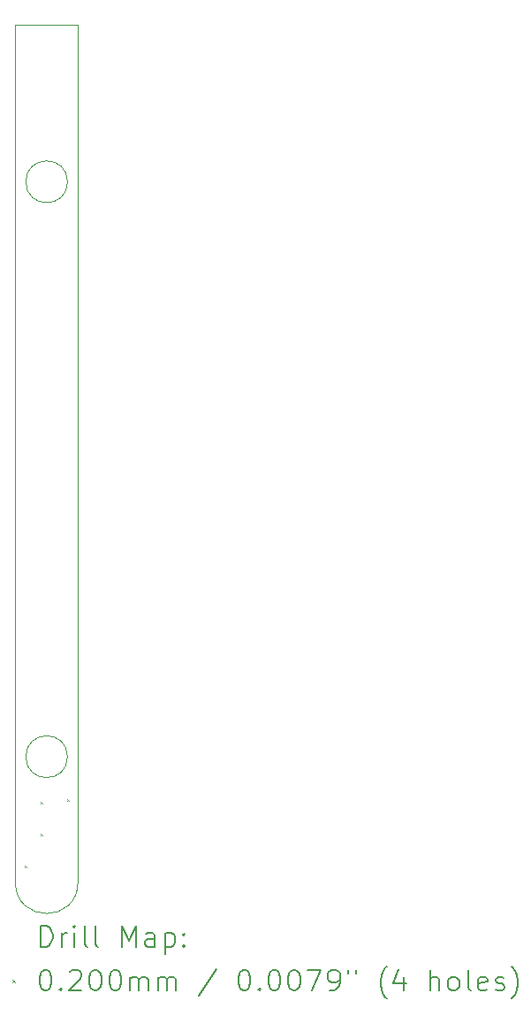
<source format=gbr>
%TF.GenerationSoftware,KiCad,Pcbnew,7.0.1-3b83917a11~172~ubuntu22.04.1*%
%TF.CreationDate,2023-04-18T09:55:43+02:00*%
%TF.ProjectId,part1,70617274-312e-46b6-9963-61645f706362,rev?*%
%TF.SameCoordinates,Original*%
%TF.FileFunction,Drillmap*%
%TF.FilePolarity,Positive*%
%FSLAX45Y45*%
G04 Gerber Fmt 4.5, Leading zero omitted, Abs format (unit mm)*
G04 Created by KiCad (PCBNEW 7.0.1-3b83917a11~172~ubuntu22.04.1) date 2023-04-18 09:55:43*
%MOMM*%
%LPD*%
G01*
G04 APERTURE LIST*
%ADD10C,0.100000*%
%ADD11C,0.200000*%
%ADD12C,0.020000*%
G04 APERTURE END LIST*
D10*
X12324600Y-13181800D02*
G75*
G03*
X12924600Y-13181800I300000J0D01*
G01*
X12324600Y-13181800D02*
X12324600Y-4981800D01*
X12824600Y-6481800D02*
G75*
G03*
X12824600Y-6481800I-200000J0D01*
G01*
X12824600Y-11981800D02*
G75*
G03*
X12824600Y-11981800I-200000J0D01*
G01*
X12924600Y-4981800D02*
X12924600Y-13181800D01*
X12324600Y-4981800D02*
X12924600Y-4981800D01*
D11*
D12*
X12410600Y-13020200D02*
X12430600Y-13040200D01*
X12430600Y-13020200D02*
X12410600Y-13040200D01*
X12563000Y-12410600D02*
X12583000Y-12430600D01*
X12583000Y-12410600D02*
X12563000Y-12430600D01*
X12563000Y-12715400D02*
X12583000Y-12735400D01*
X12583000Y-12715400D02*
X12563000Y-12735400D01*
X12817000Y-12385200D02*
X12837000Y-12405200D01*
X12837000Y-12385200D02*
X12817000Y-12405200D01*
D11*
X12567219Y-13799324D02*
X12567219Y-13599324D01*
X12567219Y-13599324D02*
X12614838Y-13599324D01*
X12614838Y-13599324D02*
X12643409Y-13608848D01*
X12643409Y-13608848D02*
X12662457Y-13627895D01*
X12662457Y-13627895D02*
X12671981Y-13646943D01*
X12671981Y-13646943D02*
X12681505Y-13685038D01*
X12681505Y-13685038D02*
X12681505Y-13713609D01*
X12681505Y-13713609D02*
X12671981Y-13751705D01*
X12671981Y-13751705D02*
X12662457Y-13770752D01*
X12662457Y-13770752D02*
X12643409Y-13789800D01*
X12643409Y-13789800D02*
X12614838Y-13799324D01*
X12614838Y-13799324D02*
X12567219Y-13799324D01*
X12767219Y-13799324D02*
X12767219Y-13665990D01*
X12767219Y-13704086D02*
X12776743Y-13685038D01*
X12776743Y-13685038D02*
X12786267Y-13675514D01*
X12786267Y-13675514D02*
X12805314Y-13665990D01*
X12805314Y-13665990D02*
X12824362Y-13665990D01*
X12891028Y-13799324D02*
X12891028Y-13665990D01*
X12891028Y-13599324D02*
X12881505Y-13608848D01*
X12881505Y-13608848D02*
X12891028Y-13618371D01*
X12891028Y-13618371D02*
X12900552Y-13608848D01*
X12900552Y-13608848D02*
X12891028Y-13599324D01*
X12891028Y-13599324D02*
X12891028Y-13618371D01*
X13014838Y-13799324D02*
X12995790Y-13789800D01*
X12995790Y-13789800D02*
X12986267Y-13770752D01*
X12986267Y-13770752D02*
X12986267Y-13599324D01*
X13119600Y-13799324D02*
X13100552Y-13789800D01*
X13100552Y-13789800D02*
X13091028Y-13770752D01*
X13091028Y-13770752D02*
X13091028Y-13599324D01*
X13348171Y-13799324D02*
X13348171Y-13599324D01*
X13348171Y-13599324D02*
X13414838Y-13742181D01*
X13414838Y-13742181D02*
X13481505Y-13599324D01*
X13481505Y-13599324D02*
X13481505Y-13799324D01*
X13662457Y-13799324D02*
X13662457Y-13694562D01*
X13662457Y-13694562D02*
X13652933Y-13675514D01*
X13652933Y-13675514D02*
X13633886Y-13665990D01*
X13633886Y-13665990D02*
X13595790Y-13665990D01*
X13595790Y-13665990D02*
X13576743Y-13675514D01*
X13662457Y-13789800D02*
X13643409Y-13799324D01*
X13643409Y-13799324D02*
X13595790Y-13799324D01*
X13595790Y-13799324D02*
X13576743Y-13789800D01*
X13576743Y-13789800D02*
X13567219Y-13770752D01*
X13567219Y-13770752D02*
X13567219Y-13751705D01*
X13567219Y-13751705D02*
X13576743Y-13732657D01*
X13576743Y-13732657D02*
X13595790Y-13723133D01*
X13595790Y-13723133D02*
X13643409Y-13723133D01*
X13643409Y-13723133D02*
X13662457Y-13713609D01*
X13757695Y-13665990D02*
X13757695Y-13865990D01*
X13757695Y-13675514D02*
X13776743Y-13665990D01*
X13776743Y-13665990D02*
X13814838Y-13665990D01*
X13814838Y-13665990D02*
X13833886Y-13675514D01*
X13833886Y-13675514D02*
X13843409Y-13685038D01*
X13843409Y-13685038D02*
X13852933Y-13704086D01*
X13852933Y-13704086D02*
X13852933Y-13761228D01*
X13852933Y-13761228D02*
X13843409Y-13780276D01*
X13843409Y-13780276D02*
X13833886Y-13789800D01*
X13833886Y-13789800D02*
X13814838Y-13799324D01*
X13814838Y-13799324D02*
X13776743Y-13799324D01*
X13776743Y-13799324D02*
X13757695Y-13789800D01*
X13938648Y-13780276D02*
X13948171Y-13789800D01*
X13948171Y-13789800D02*
X13938648Y-13799324D01*
X13938648Y-13799324D02*
X13929124Y-13789800D01*
X13929124Y-13789800D02*
X13938648Y-13780276D01*
X13938648Y-13780276D02*
X13938648Y-13799324D01*
X13938648Y-13675514D02*
X13948171Y-13685038D01*
X13948171Y-13685038D02*
X13938648Y-13694562D01*
X13938648Y-13694562D02*
X13929124Y-13685038D01*
X13929124Y-13685038D02*
X13938648Y-13675514D01*
X13938648Y-13675514D02*
X13938648Y-13694562D01*
D12*
X12299600Y-14116800D02*
X12319600Y-14136800D01*
X12319600Y-14116800D02*
X12299600Y-14136800D01*
D11*
X12605314Y-14019324D02*
X12624362Y-14019324D01*
X12624362Y-14019324D02*
X12643409Y-14028848D01*
X12643409Y-14028848D02*
X12652933Y-14038371D01*
X12652933Y-14038371D02*
X12662457Y-14057419D01*
X12662457Y-14057419D02*
X12671981Y-14095514D01*
X12671981Y-14095514D02*
X12671981Y-14143133D01*
X12671981Y-14143133D02*
X12662457Y-14181228D01*
X12662457Y-14181228D02*
X12652933Y-14200276D01*
X12652933Y-14200276D02*
X12643409Y-14209800D01*
X12643409Y-14209800D02*
X12624362Y-14219324D01*
X12624362Y-14219324D02*
X12605314Y-14219324D01*
X12605314Y-14219324D02*
X12586267Y-14209800D01*
X12586267Y-14209800D02*
X12576743Y-14200276D01*
X12576743Y-14200276D02*
X12567219Y-14181228D01*
X12567219Y-14181228D02*
X12557695Y-14143133D01*
X12557695Y-14143133D02*
X12557695Y-14095514D01*
X12557695Y-14095514D02*
X12567219Y-14057419D01*
X12567219Y-14057419D02*
X12576743Y-14038371D01*
X12576743Y-14038371D02*
X12586267Y-14028848D01*
X12586267Y-14028848D02*
X12605314Y-14019324D01*
X12757695Y-14200276D02*
X12767219Y-14209800D01*
X12767219Y-14209800D02*
X12757695Y-14219324D01*
X12757695Y-14219324D02*
X12748171Y-14209800D01*
X12748171Y-14209800D02*
X12757695Y-14200276D01*
X12757695Y-14200276D02*
X12757695Y-14219324D01*
X12843409Y-14038371D02*
X12852933Y-14028848D01*
X12852933Y-14028848D02*
X12871981Y-14019324D01*
X12871981Y-14019324D02*
X12919600Y-14019324D01*
X12919600Y-14019324D02*
X12938648Y-14028848D01*
X12938648Y-14028848D02*
X12948171Y-14038371D01*
X12948171Y-14038371D02*
X12957695Y-14057419D01*
X12957695Y-14057419D02*
X12957695Y-14076467D01*
X12957695Y-14076467D02*
X12948171Y-14105038D01*
X12948171Y-14105038D02*
X12833886Y-14219324D01*
X12833886Y-14219324D02*
X12957695Y-14219324D01*
X13081505Y-14019324D02*
X13100552Y-14019324D01*
X13100552Y-14019324D02*
X13119600Y-14028848D01*
X13119600Y-14028848D02*
X13129124Y-14038371D01*
X13129124Y-14038371D02*
X13138648Y-14057419D01*
X13138648Y-14057419D02*
X13148171Y-14095514D01*
X13148171Y-14095514D02*
X13148171Y-14143133D01*
X13148171Y-14143133D02*
X13138648Y-14181228D01*
X13138648Y-14181228D02*
X13129124Y-14200276D01*
X13129124Y-14200276D02*
X13119600Y-14209800D01*
X13119600Y-14209800D02*
X13100552Y-14219324D01*
X13100552Y-14219324D02*
X13081505Y-14219324D01*
X13081505Y-14219324D02*
X13062457Y-14209800D01*
X13062457Y-14209800D02*
X13052933Y-14200276D01*
X13052933Y-14200276D02*
X13043409Y-14181228D01*
X13043409Y-14181228D02*
X13033886Y-14143133D01*
X13033886Y-14143133D02*
X13033886Y-14095514D01*
X13033886Y-14095514D02*
X13043409Y-14057419D01*
X13043409Y-14057419D02*
X13052933Y-14038371D01*
X13052933Y-14038371D02*
X13062457Y-14028848D01*
X13062457Y-14028848D02*
X13081505Y-14019324D01*
X13271981Y-14019324D02*
X13291029Y-14019324D01*
X13291029Y-14019324D02*
X13310076Y-14028848D01*
X13310076Y-14028848D02*
X13319600Y-14038371D01*
X13319600Y-14038371D02*
X13329124Y-14057419D01*
X13329124Y-14057419D02*
X13338648Y-14095514D01*
X13338648Y-14095514D02*
X13338648Y-14143133D01*
X13338648Y-14143133D02*
X13329124Y-14181228D01*
X13329124Y-14181228D02*
X13319600Y-14200276D01*
X13319600Y-14200276D02*
X13310076Y-14209800D01*
X13310076Y-14209800D02*
X13291029Y-14219324D01*
X13291029Y-14219324D02*
X13271981Y-14219324D01*
X13271981Y-14219324D02*
X13252933Y-14209800D01*
X13252933Y-14209800D02*
X13243409Y-14200276D01*
X13243409Y-14200276D02*
X13233886Y-14181228D01*
X13233886Y-14181228D02*
X13224362Y-14143133D01*
X13224362Y-14143133D02*
X13224362Y-14095514D01*
X13224362Y-14095514D02*
X13233886Y-14057419D01*
X13233886Y-14057419D02*
X13243409Y-14038371D01*
X13243409Y-14038371D02*
X13252933Y-14028848D01*
X13252933Y-14028848D02*
X13271981Y-14019324D01*
X13424362Y-14219324D02*
X13424362Y-14085990D01*
X13424362Y-14105038D02*
X13433886Y-14095514D01*
X13433886Y-14095514D02*
X13452933Y-14085990D01*
X13452933Y-14085990D02*
X13481505Y-14085990D01*
X13481505Y-14085990D02*
X13500552Y-14095514D01*
X13500552Y-14095514D02*
X13510076Y-14114562D01*
X13510076Y-14114562D02*
X13510076Y-14219324D01*
X13510076Y-14114562D02*
X13519600Y-14095514D01*
X13519600Y-14095514D02*
X13538648Y-14085990D01*
X13538648Y-14085990D02*
X13567219Y-14085990D01*
X13567219Y-14085990D02*
X13586267Y-14095514D01*
X13586267Y-14095514D02*
X13595790Y-14114562D01*
X13595790Y-14114562D02*
X13595790Y-14219324D01*
X13691029Y-14219324D02*
X13691029Y-14085990D01*
X13691029Y-14105038D02*
X13700552Y-14095514D01*
X13700552Y-14095514D02*
X13719600Y-14085990D01*
X13719600Y-14085990D02*
X13748171Y-14085990D01*
X13748171Y-14085990D02*
X13767219Y-14095514D01*
X13767219Y-14095514D02*
X13776743Y-14114562D01*
X13776743Y-14114562D02*
X13776743Y-14219324D01*
X13776743Y-14114562D02*
X13786267Y-14095514D01*
X13786267Y-14095514D02*
X13805314Y-14085990D01*
X13805314Y-14085990D02*
X13833886Y-14085990D01*
X13833886Y-14085990D02*
X13852933Y-14095514D01*
X13852933Y-14095514D02*
X13862457Y-14114562D01*
X13862457Y-14114562D02*
X13862457Y-14219324D01*
X14252933Y-14009800D02*
X14081505Y-14266943D01*
X14510076Y-14019324D02*
X14529124Y-14019324D01*
X14529124Y-14019324D02*
X14548172Y-14028848D01*
X14548172Y-14028848D02*
X14557695Y-14038371D01*
X14557695Y-14038371D02*
X14567219Y-14057419D01*
X14567219Y-14057419D02*
X14576743Y-14095514D01*
X14576743Y-14095514D02*
X14576743Y-14143133D01*
X14576743Y-14143133D02*
X14567219Y-14181228D01*
X14567219Y-14181228D02*
X14557695Y-14200276D01*
X14557695Y-14200276D02*
X14548172Y-14209800D01*
X14548172Y-14209800D02*
X14529124Y-14219324D01*
X14529124Y-14219324D02*
X14510076Y-14219324D01*
X14510076Y-14219324D02*
X14491029Y-14209800D01*
X14491029Y-14209800D02*
X14481505Y-14200276D01*
X14481505Y-14200276D02*
X14471981Y-14181228D01*
X14471981Y-14181228D02*
X14462457Y-14143133D01*
X14462457Y-14143133D02*
X14462457Y-14095514D01*
X14462457Y-14095514D02*
X14471981Y-14057419D01*
X14471981Y-14057419D02*
X14481505Y-14038371D01*
X14481505Y-14038371D02*
X14491029Y-14028848D01*
X14491029Y-14028848D02*
X14510076Y-14019324D01*
X14662457Y-14200276D02*
X14671981Y-14209800D01*
X14671981Y-14209800D02*
X14662457Y-14219324D01*
X14662457Y-14219324D02*
X14652933Y-14209800D01*
X14652933Y-14209800D02*
X14662457Y-14200276D01*
X14662457Y-14200276D02*
X14662457Y-14219324D01*
X14795791Y-14019324D02*
X14814838Y-14019324D01*
X14814838Y-14019324D02*
X14833886Y-14028848D01*
X14833886Y-14028848D02*
X14843410Y-14038371D01*
X14843410Y-14038371D02*
X14852933Y-14057419D01*
X14852933Y-14057419D02*
X14862457Y-14095514D01*
X14862457Y-14095514D02*
X14862457Y-14143133D01*
X14862457Y-14143133D02*
X14852933Y-14181228D01*
X14852933Y-14181228D02*
X14843410Y-14200276D01*
X14843410Y-14200276D02*
X14833886Y-14209800D01*
X14833886Y-14209800D02*
X14814838Y-14219324D01*
X14814838Y-14219324D02*
X14795791Y-14219324D01*
X14795791Y-14219324D02*
X14776743Y-14209800D01*
X14776743Y-14209800D02*
X14767219Y-14200276D01*
X14767219Y-14200276D02*
X14757695Y-14181228D01*
X14757695Y-14181228D02*
X14748172Y-14143133D01*
X14748172Y-14143133D02*
X14748172Y-14095514D01*
X14748172Y-14095514D02*
X14757695Y-14057419D01*
X14757695Y-14057419D02*
X14767219Y-14038371D01*
X14767219Y-14038371D02*
X14776743Y-14028848D01*
X14776743Y-14028848D02*
X14795791Y-14019324D01*
X14986267Y-14019324D02*
X15005314Y-14019324D01*
X15005314Y-14019324D02*
X15024362Y-14028848D01*
X15024362Y-14028848D02*
X15033886Y-14038371D01*
X15033886Y-14038371D02*
X15043410Y-14057419D01*
X15043410Y-14057419D02*
X15052933Y-14095514D01*
X15052933Y-14095514D02*
X15052933Y-14143133D01*
X15052933Y-14143133D02*
X15043410Y-14181228D01*
X15043410Y-14181228D02*
X15033886Y-14200276D01*
X15033886Y-14200276D02*
X15024362Y-14209800D01*
X15024362Y-14209800D02*
X15005314Y-14219324D01*
X15005314Y-14219324D02*
X14986267Y-14219324D01*
X14986267Y-14219324D02*
X14967219Y-14209800D01*
X14967219Y-14209800D02*
X14957695Y-14200276D01*
X14957695Y-14200276D02*
X14948172Y-14181228D01*
X14948172Y-14181228D02*
X14938648Y-14143133D01*
X14938648Y-14143133D02*
X14938648Y-14095514D01*
X14938648Y-14095514D02*
X14948172Y-14057419D01*
X14948172Y-14057419D02*
X14957695Y-14038371D01*
X14957695Y-14038371D02*
X14967219Y-14028848D01*
X14967219Y-14028848D02*
X14986267Y-14019324D01*
X15119600Y-14019324D02*
X15252933Y-14019324D01*
X15252933Y-14019324D02*
X15167219Y-14219324D01*
X15338648Y-14219324D02*
X15376743Y-14219324D01*
X15376743Y-14219324D02*
X15395791Y-14209800D01*
X15395791Y-14209800D02*
X15405314Y-14200276D01*
X15405314Y-14200276D02*
X15424362Y-14171705D01*
X15424362Y-14171705D02*
X15433886Y-14133609D01*
X15433886Y-14133609D02*
X15433886Y-14057419D01*
X15433886Y-14057419D02*
X15424362Y-14038371D01*
X15424362Y-14038371D02*
X15414838Y-14028848D01*
X15414838Y-14028848D02*
X15395791Y-14019324D01*
X15395791Y-14019324D02*
X15357695Y-14019324D01*
X15357695Y-14019324D02*
X15338648Y-14028848D01*
X15338648Y-14028848D02*
X15329124Y-14038371D01*
X15329124Y-14038371D02*
X15319600Y-14057419D01*
X15319600Y-14057419D02*
X15319600Y-14105038D01*
X15319600Y-14105038D02*
X15329124Y-14124086D01*
X15329124Y-14124086D02*
X15338648Y-14133609D01*
X15338648Y-14133609D02*
X15357695Y-14143133D01*
X15357695Y-14143133D02*
X15395791Y-14143133D01*
X15395791Y-14143133D02*
X15414838Y-14133609D01*
X15414838Y-14133609D02*
X15424362Y-14124086D01*
X15424362Y-14124086D02*
X15433886Y-14105038D01*
X15510076Y-14019324D02*
X15510076Y-14057419D01*
X15586267Y-14019324D02*
X15586267Y-14057419D01*
X15881505Y-14295514D02*
X15871981Y-14285990D01*
X15871981Y-14285990D02*
X15852934Y-14257419D01*
X15852934Y-14257419D02*
X15843410Y-14238371D01*
X15843410Y-14238371D02*
X15833886Y-14209800D01*
X15833886Y-14209800D02*
X15824362Y-14162181D01*
X15824362Y-14162181D02*
X15824362Y-14124086D01*
X15824362Y-14124086D02*
X15833886Y-14076467D01*
X15833886Y-14076467D02*
X15843410Y-14047895D01*
X15843410Y-14047895D02*
X15852934Y-14028848D01*
X15852934Y-14028848D02*
X15871981Y-14000276D01*
X15871981Y-14000276D02*
X15881505Y-13990752D01*
X16043410Y-14085990D02*
X16043410Y-14219324D01*
X15995791Y-14009800D02*
X15948172Y-14152657D01*
X15948172Y-14152657D02*
X16071981Y-14152657D01*
X16300553Y-14219324D02*
X16300553Y-14019324D01*
X16386267Y-14219324D02*
X16386267Y-14114562D01*
X16386267Y-14114562D02*
X16376743Y-14095514D01*
X16376743Y-14095514D02*
X16357696Y-14085990D01*
X16357696Y-14085990D02*
X16329124Y-14085990D01*
X16329124Y-14085990D02*
X16310076Y-14095514D01*
X16310076Y-14095514D02*
X16300553Y-14105038D01*
X16510076Y-14219324D02*
X16491029Y-14209800D01*
X16491029Y-14209800D02*
X16481505Y-14200276D01*
X16481505Y-14200276D02*
X16471981Y-14181228D01*
X16471981Y-14181228D02*
X16471981Y-14124086D01*
X16471981Y-14124086D02*
X16481505Y-14105038D01*
X16481505Y-14105038D02*
X16491029Y-14095514D01*
X16491029Y-14095514D02*
X16510076Y-14085990D01*
X16510076Y-14085990D02*
X16538648Y-14085990D01*
X16538648Y-14085990D02*
X16557696Y-14095514D01*
X16557696Y-14095514D02*
X16567219Y-14105038D01*
X16567219Y-14105038D02*
X16576743Y-14124086D01*
X16576743Y-14124086D02*
X16576743Y-14181228D01*
X16576743Y-14181228D02*
X16567219Y-14200276D01*
X16567219Y-14200276D02*
X16557696Y-14209800D01*
X16557696Y-14209800D02*
X16538648Y-14219324D01*
X16538648Y-14219324D02*
X16510076Y-14219324D01*
X16691029Y-14219324D02*
X16671981Y-14209800D01*
X16671981Y-14209800D02*
X16662457Y-14190752D01*
X16662457Y-14190752D02*
X16662457Y-14019324D01*
X16843410Y-14209800D02*
X16824362Y-14219324D01*
X16824362Y-14219324D02*
X16786267Y-14219324D01*
X16786267Y-14219324D02*
X16767219Y-14209800D01*
X16767219Y-14209800D02*
X16757696Y-14190752D01*
X16757696Y-14190752D02*
X16757696Y-14114562D01*
X16757696Y-14114562D02*
X16767219Y-14095514D01*
X16767219Y-14095514D02*
X16786267Y-14085990D01*
X16786267Y-14085990D02*
X16824362Y-14085990D01*
X16824362Y-14085990D02*
X16843410Y-14095514D01*
X16843410Y-14095514D02*
X16852934Y-14114562D01*
X16852934Y-14114562D02*
X16852934Y-14133609D01*
X16852934Y-14133609D02*
X16757696Y-14152657D01*
X16929124Y-14209800D02*
X16948172Y-14219324D01*
X16948172Y-14219324D02*
X16986267Y-14219324D01*
X16986267Y-14219324D02*
X17005315Y-14209800D01*
X17005315Y-14209800D02*
X17014839Y-14190752D01*
X17014839Y-14190752D02*
X17014839Y-14181228D01*
X17014839Y-14181228D02*
X17005315Y-14162181D01*
X17005315Y-14162181D02*
X16986267Y-14152657D01*
X16986267Y-14152657D02*
X16957696Y-14152657D01*
X16957696Y-14152657D02*
X16938648Y-14143133D01*
X16938648Y-14143133D02*
X16929124Y-14124086D01*
X16929124Y-14124086D02*
X16929124Y-14114562D01*
X16929124Y-14114562D02*
X16938648Y-14095514D01*
X16938648Y-14095514D02*
X16957696Y-14085990D01*
X16957696Y-14085990D02*
X16986267Y-14085990D01*
X16986267Y-14085990D02*
X17005315Y-14095514D01*
X17081505Y-14295514D02*
X17091029Y-14285990D01*
X17091029Y-14285990D02*
X17110077Y-14257419D01*
X17110077Y-14257419D02*
X17119600Y-14238371D01*
X17119600Y-14238371D02*
X17129124Y-14209800D01*
X17129124Y-14209800D02*
X17138648Y-14162181D01*
X17138648Y-14162181D02*
X17138648Y-14124086D01*
X17138648Y-14124086D02*
X17129124Y-14076467D01*
X17129124Y-14076467D02*
X17119600Y-14047895D01*
X17119600Y-14047895D02*
X17110077Y-14028848D01*
X17110077Y-14028848D02*
X17091029Y-14000276D01*
X17091029Y-14000276D02*
X17081505Y-13990752D01*
M02*

</source>
